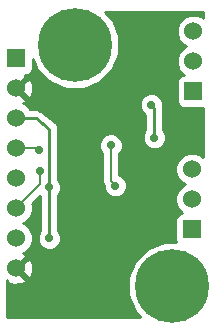
<source format=gbl>
G04 (created by PCBNEW (2013-04-19 BZR 4011)-stable) date 03/06/2014 16:48:56*
%MOIN*%
G04 Gerber Fmt 3.4, Leading zero omitted, Abs format*
%FSLAX34Y34*%
G01*
G70*
G90*
G04 APERTURE LIST*
%ADD10C,2.3622e-006*%
%ADD11R,0.06X0.06*%
%ADD12C,0.06*%
%ADD13C,0.2461*%
%ADD14C,0.028*%
%ADD15C,0.01*%
%ADD16C,0.006*%
G04 APERTURE END LIST*
G54D10*
G54D11*
X43550Y-20950D03*
G54D12*
X43550Y-19950D03*
X43550Y-18950D03*
G54D11*
X43500Y-25550D03*
G54D12*
X43500Y-24550D03*
X43500Y-23550D03*
G54D13*
X42850Y-27450D03*
X39600Y-19400D03*
G54D12*
X37650Y-24850D03*
X37650Y-23850D03*
G54D11*
X37650Y-19850D03*
G54D12*
X37650Y-20850D03*
X37650Y-21850D03*
X37650Y-22850D03*
X37650Y-25850D03*
X37650Y-26850D03*
G54D14*
X38750Y-24150D03*
X38750Y-25850D03*
X40800Y-22750D03*
X40950Y-24100D03*
X38400Y-22900D03*
X38450Y-23600D03*
X39950Y-21500D03*
X42150Y-25400D03*
X41650Y-19250D03*
X39950Y-24400D03*
X39500Y-23450D03*
X38620Y-26960D03*
X43550Y-21900D03*
X41000Y-22200D03*
X42150Y-21400D03*
X42250Y-22500D03*
G54D15*
X38750Y-22200D02*
X38300Y-21850D01*
X38300Y-21850D02*
X37650Y-21850D01*
X38750Y-24150D02*
X38750Y-25850D01*
X38750Y-24150D02*
X38750Y-22200D01*
G54D16*
X40800Y-23950D02*
X40950Y-24100D01*
X40800Y-22750D02*
X40800Y-23950D01*
X38400Y-22900D02*
X38350Y-22850D01*
X38350Y-22850D02*
X37650Y-22850D01*
X38450Y-23600D02*
X38450Y-24050D01*
X38450Y-24050D02*
X37650Y-24850D01*
G54D15*
X42250Y-21500D02*
X42150Y-21400D01*
X42250Y-22500D02*
X42250Y-21500D01*
G54D10*
G36*
X43875Y-23147D02*
X43811Y-23084D01*
X43609Y-23000D01*
X43391Y-22999D01*
X43188Y-23083D01*
X43034Y-23238D01*
X42950Y-23440D01*
X42949Y-23658D01*
X43033Y-23861D01*
X43188Y-24015D01*
X43269Y-24049D01*
X43188Y-24083D01*
X43034Y-24238D01*
X42950Y-24440D01*
X42949Y-24658D01*
X43033Y-24861D01*
X43172Y-24999D01*
X43150Y-24999D01*
X43058Y-25037D01*
X42988Y-25108D01*
X42950Y-25200D01*
X42949Y-25299D01*
X42949Y-25899D01*
X42978Y-25969D01*
X42640Y-25969D01*
X42640Y-22422D01*
X42580Y-22279D01*
X42550Y-22248D01*
X42550Y-21500D01*
X42539Y-21449D01*
X42540Y-21322D01*
X42480Y-21179D01*
X42371Y-21069D01*
X42227Y-21010D01*
X42072Y-21009D01*
X41929Y-21069D01*
X41819Y-21178D01*
X41760Y-21322D01*
X41759Y-21477D01*
X41819Y-21620D01*
X41928Y-21730D01*
X41950Y-21739D01*
X41950Y-22248D01*
X41919Y-22278D01*
X41860Y-22422D01*
X41859Y-22577D01*
X41919Y-22720D01*
X42028Y-22830D01*
X42172Y-22889D01*
X42327Y-22890D01*
X42470Y-22830D01*
X42580Y-22721D01*
X42639Y-22577D01*
X42640Y-22422D01*
X42640Y-25969D01*
X42556Y-25969D01*
X42012Y-26194D01*
X41595Y-26610D01*
X41369Y-27154D01*
X41369Y-27743D01*
X41594Y-28287D01*
X41781Y-28475D01*
X41340Y-28475D01*
X41340Y-24022D01*
X41280Y-23879D01*
X41171Y-23769D01*
X41080Y-23731D01*
X41080Y-23021D01*
X41130Y-22971D01*
X41189Y-22827D01*
X41190Y-22672D01*
X41130Y-22529D01*
X41021Y-22419D01*
X40877Y-22360D01*
X40722Y-22359D01*
X40579Y-22419D01*
X40469Y-22528D01*
X40410Y-22672D01*
X40409Y-22827D01*
X40469Y-22970D01*
X40520Y-23021D01*
X40520Y-23950D01*
X40541Y-24057D01*
X40560Y-24085D01*
X40560Y-24085D01*
X40559Y-24177D01*
X40619Y-24320D01*
X40728Y-24430D01*
X40872Y-24489D01*
X41027Y-24490D01*
X41170Y-24430D01*
X41280Y-24321D01*
X41339Y-24177D01*
X41340Y-24022D01*
X41340Y-28475D01*
X38204Y-28475D01*
X38204Y-26931D01*
X38193Y-26713D01*
X38131Y-26562D01*
X38035Y-26534D01*
X37720Y-26850D01*
X38035Y-27165D01*
X38131Y-27137D01*
X38204Y-26931D01*
X38204Y-28475D01*
X37965Y-28475D01*
X37325Y-28475D01*
X37325Y-27245D01*
X37334Y-27235D01*
X37362Y-27331D01*
X37568Y-27404D01*
X37786Y-27393D01*
X37937Y-27331D01*
X37965Y-27235D01*
X37650Y-26920D01*
X37644Y-26926D01*
X37573Y-26855D01*
X37579Y-26850D01*
X37573Y-26844D01*
X37644Y-26773D01*
X37650Y-26779D01*
X37965Y-26464D01*
X37937Y-26368D01*
X37882Y-26349D01*
X37961Y-26316D01*
X38115Y-26161D01*
X38199Y-25959D01*
X38200Y-25741D01*
X38116Y-25538D01*
X37961Y-25384D01*
X37880Y-25350D01*
X37961Y-25316D01*
X38115Y-25161D01*
X38199Y-24959D01*
X38200Y-24741D01*
X38186Y-24709D01*
X38450Y-24445D01*
X38450Y-25598D01*
X38419Y-25628D01*
X38360Y-25772D01*
X38359Y-25927D01*
X38419Y-26070D01*
X38528Y-26180D01*
X38672Y-26239D01*
X38827Y-26240D01*
X38970Y-26180D01*
X39080Y-26071D01*
X39139Y-25927D01*
X39140Y-25772D01*
X39080Y-25629D01*
X39050Y-25598D01*
X39050Y-24401D01*
X39080Y-24371D01*
X39139Y-24227D01*
X39140Y-24072D01*
X39080Y-23929D01*
X39050Y-23898D01*
X39050Y-22200D01*
X39046Y-22181D01*
X39047Y-22163D01*
X39035Y-22126D01*
X39027Y-22085D01*
X39016Y-22068D01*
X39010Y-22052D01*
X38985Y-22022D01*
X38962Y-21987D01*
X38945Y-21976D01*
X38934Y-21963D01*
X38484Y-21613D01*
X38448Y-21595D01*
X38414Y-21572D01*
X38396Y-21569D01*
X38379Y-21560D01*
X38339Y-21557D01*
X38300Y-21550D01*
X38204Y-21550D01*
X38204Y-20931D01*
X38193Y-20713D01*
X38131Y-20562D01*
X38035Y-20534D01*
X37720Y-20850D01*
X38035Y-21165D01*
X38131Y-21137D01*
X38204Y-20931D01*
X38204Y-21550D01*
X38121Y-21550D01*
X38116Y-21538D01*
X37961Y-21384D01*
X37886Y-21352D01*
X37937Y-21331D01*
X37965Y-21235D01*
X37650Y-20920D01*
X37644Y-20926D01*
X37573Y-20855D01*
X37579Y-20850D01*
X37573Y-20844D01*
X37644Y-20773D01*
X37650Y-20779D01*
X37965Y-20464D01*
X37946Y-20400D01*
X37999Y-20400D01*
X38091Y-20362D01*
X38161Y-20291D01*
X38199Y-20199D01*
X38200Y-20100D01*
X38200Y-19888D01*
X38344Y-20237D01*
X38760Y-20654D01*
X39304Y-20880D01*
X39893Y-20880D01*
X40437Y-20655D01*
X40854Y-20239D01*
X41080Y-19695D01*
X41080Y-19106D01*
X40855Y-18562D01*
X40618Y-18325D01*
X43875Y-18325D01*
X43875Y-18497D01*
X43861Y-18484D01*
X43659Y-18400D01*
X43441Y-18399D01*
X43238Y-18483D01*
X43084Y-18638D01*
X43000Y-18840D01*
X42999Y-19058D01*
X43083Y-19261D01*
X43238Y-19415D01*
X43319Y-19449D01*
X43238Y-19483D01*
X43084Y-19638D01*
X43000Y-19840D01*
X42999Y-20058D01*
X43083Y-20261D01*
X43222Y-20399D01*
X43200Y-20399D01*
X43108Y-20437D01*
X43038Y-20508D01*
X43000Y-20600D01*
X42999Y-20699D01*
X42999Y-21299D01*
X43037Y-21391D01*
X43108Y-21461D01*
X43200Y-21499D01*
X43299Y-21500D01*
X43875Y-21500D01*
X43875Y-23147D01*
X43875Y-23147D01*
G37*
G54D15*
X43875Y-23147D02*
X43811Y-23084D01*
X43609Y-23000D01*
X43391Y-22999D01*
X43188Y-23083D01*
X43034Y-23238D01*
X42950Y-23440D01*
X42949Y-23658D01*
X43033Y-23861D01*
X43188Y-24015D01*
X43269Y-24049D01*
X43188Y-24083D01*
X43034Y-24238D01*
X42950Y-24440D01*
X42949Y-24658D01*
X43033Y-24861D01*
X43172Y-24999D01*
X43150Y-24999D01*
X43058Y-25037D01*
X42988Y-25108D01*
X42950Y-25200D01*
X42949Y-25299D01*
X42949Y-25899D01*
X42978Y-25969D01*
X42640Y-25969D01*
X42640Y-22422D01*
X42580Y-22279D01*
X42550Y-22248D01*
X42550Y-21500D01*
X42539Y-21449D01*
X42540Y-21322D01*
X42480Y-21179D01*
X42371Y-21069D01*
X42227Y-21010D01*
X42072Y-21009D01*
X41929Y-21069D01*
X41819Y-21178D01*
X41760Y-21322D01*
X41759Y-21477D01*
X41819Y-21620D01*
X41928Y-21730D01*
X41950Y-21739D01*
X41950Y-22248D01*
X41919Y-22278D01*
X41860Y-22422D01*
X41859Y-22577D01*
X41919Y-22720D01*
X42028Y-22830D01*
X42172Y-22889D01*
X42327Y-22890D01*
X42470Y-22830D01*
X42580Y-22721D01*
X42639Y-22577D01*
X42640Y-22422D01*
X42640Y-25969D01*
X42556Y-25969D01*
X42012Y-26194D01*
X41595Y-26610D01*
X41369Y-27154D01*
X41369Y-27743D01*
X41594Y-28287D01*
X41781Y-28475D01*
X41340Y-28475D01*
X41340Y-24022D01*
X41280Y-23879D01*
X41171Y-23769D01*
X41080Y-23731D01*
X41080Y-23021D01*
X41130Y-22971D01*
X41189Y-22827D01*
X41190Y-22672D01*
X41130Y-22529D01*
X41021Y-22419D01*
X40877Y-22360D01*
X40722Y-22359D01*
X40579Y-22419D01*
X40469Y-22528D01*
X40410Y-22672D01*
X40409Y-22827D01*
X40469Y-22970D01*
X40520Y-23021D01*
X40520Y-23950D01*
X40541Y-24057D01*
X40560Y-24085D01*
X40560Y-24085D01*
X40559Y-24177D01*
X40619Y-24320D01*
X40728Y-24430D01*
X40872Y-24489D01*
X41027Y-24490D01*
X41170Y-24430D01*
X41280Y-24321D01*
X41339Y-24177D01*
X41340Y-24022D01*
X41340Y-28475D01*
X38204Y-28475D01*
X38204Y-26931D01*
X38193Y-26713D01*
X38131Y-26562D01*
X38035Y-26534D01*
X37720Y-26850D01*
X38035Y-27165D01*
X38131Y-27137D01*
X38204Y-26931D01*
X38204Y-28475D01*
X37965Y-28475D01*
X37325Y-28475D01*
X37325Y-27245D01*
X37334Y-27235D01*
X37362Y-27331D01*
X37568Y-27404D01*
X37786Y-27393D01*
X37937Y-27331D01*
X37965Y-27235D01*
X37650Y-26920D01*
X37644Y-26926D01*
X37573Y-26855D01*
X37579Y-26850D01*
X37573Y-26844D01*
X37644Y-26773D01*
X37650Y-26779D01*
X37965Y-26464D01*
X37937Y-26368D01*
X37882Y-26349D01*
X37961Y-26316D01*
X38115Y-26161D01*
X38199Y-25959D01*
X38200Y-25741D01*
X38116Y-25538D01*
X37961Y-25384D01*
X37880Y-25350D01*
X37961Y-25316D01*
X38115Y-25161D01*
X38199Y-24959D01*
X38200Y-24741D01*
X38186Y-24709D01*
X38450Y-24445D01*
X38450Y-25598D01*
X38419Y-25628D01*
X38360Y-25772D01*
X38359Y-25927D01*
X38419Y-26070D01*
X38528Y-26180D01*
X38672Y-26239D01*
X38827Y-26240D01*
X38970Y-26180D01*
X39080Y-26071D01*
X39139Y-25927D01*
X39140Y-25772D01*
X39080Y-25629D01*
X39050Y-25598D01*
X39050Y-24401D01*
X39080Y-24371D01*
X39139Y-24227D01*
X39140Y-24072D01*
X39080Y-23929D01*
X39050Y-23898D01*
X39050Y-22200D01*
X39046Y-22181D01*
X39047Y-22163D01*
X39035Y-22126D01*
X39027Y-22085D01*
X39016Y-22068D01*
X39010Y-22052D01*
X38985Y-22022D01*
X38962Y-21987D01*
X38945Y-21976D01*
X38934Y-21963D01*
X38484Y-21613D01*
X38448Y-21595D01*
X38414Y-21572D01*
X38396Y-21569D01*
X38379Y-21560D01*
X38339Y-21557D01*
X38300Y-21550D01*
X38204Y-21550D01*
X38204Y-20931D01*
X38193Y-20713D01*
X38131Y-20562D01*
X38035Y-20534D01*
X37720Y-20850D01*
X38035Y-21165D01*
X38131Y-21137D01*
X38204Y-20931D01*
X38204Y-21550D01*
X38121Y-21550D01*
X38116Y-21538D01*
X37961Y-21384D01*
X37886Y-21352D01*
X37937Y-21331D01*
X37965Y-21235D01*
X37650Y-20920D01*
X37644Y-20926D01*
X37573Y-20855D01*
X37579Y-20850D01*
X37573Y-20844D01*
X37644Y-20773D01*
X37650Y-20779D01*
X37965Y-20464D01*
X37946Y-20400D01*
X37999Y-20400D01*
X38091Y-20362D01*
X38161Y-20291D01*
X38199Y-20199D01*
X38200Y-20100D01*
X38200Y-19888D01*
X38344Y-20237D01*
X38760Y-20654D01*
X39304Y-20880D01*
X39893Y-20880D01*
X40437Y-20655D01*
X40854Y-20239D01*
X41080Y-19695D01*
X41080Y-19106D01*
X40855Y-18562D01*
X40618Y-18325D01*
X43875Y-18325D01*
X43875Y-18497D01*
X43861Y-18484D01*
X43659Y-18400D01*
X43441Y-18399D01*
X43238Y-18483D01*
X43084Y-18638D01*
X43000Y-18840D01*
X42999Y-19058D01*
X43083Y-19261D01*
X43238Y-19415D01*
X43319Y-19449D01*
X43238Y-19483D01*
X43084Y-19638D01*
X43000Y-19840D01*
X42999Y-20058D01*
X43083Y-20261D01*
X43222Y-20399D01*
X43200Y-20399D01*
X43108Y-20437D01*
X43038Y-20508D01*
X43000Y-20600D01*
X42999Y-20699D01*
X42999Y-21299D01*
X43037Y-21391D01*
X43108Y-21461D01*
X43200Y-21499D01*
X43299Y-21500D01*
X43875Y-21500D01*
X43875Y-23147D01*
M02*

</source>
